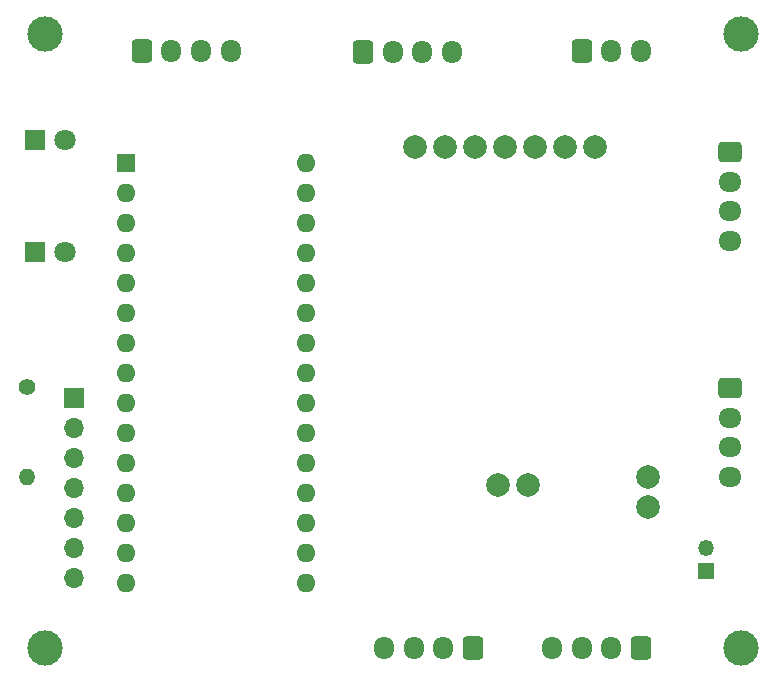
<source format=gbr>
%TF.GenerationSoftware,KiCad,Pcbnew,9.0.0*%
%TF.CreationDate,2025-03-15T15:19:18-03:00*%
%TF.ProjectId,can,63616e2e-6b69-4636-9164-5f7063625858,rev?*%
%TF.SameCoordinates,Original*%
%TF.FileFunction,Soldermask,Bot*%
%TF.FilePolarity,Negative*%
%FSLAX46Y46*%
G04 Gerber Fmt 4.6, Leading zero omitted, Abs format (unit mm)*
G04 Created by KiCad (PCBNEW 9.0.0) date 2025-03-15 15:19:18*
%MOMM*%
%LPD*%
G01*
G04 APERTURE LIST*
G04 Aperture macros list*
%AMRoundRect*
0 Rectangle with rounded corners*
0 $1 Rounding radius*
0 $2 $3 $4 $5 $6 $7 $8 $9 X,Y pos of 4 corners*
0 Add a 4 corners polygon primitive as box body*
4,1,4,$2,$3,$4,$5,$6,$7,$8,$9,$2,$3,0*
0 Add four circle primitives for the rounded corners*
1,1,$1+$1,$2,$3*
1,1,$1+$1,$4,$5*
1,1,$1+$1,$6,$7*
1,1,$1+$1,$8,$9*
0 Add four rect primitives between the rounded corners*
20,1,$1+$1,$2,$3,$4,$5,0*
20,1,$1+$1,$4,$5,$6,$7,0*
20,1,$1+$1,$6,$7,$8,$9,0*
20,1,$1+$1,$8,$9,$2,$3,0*%
G04 Aperture macros list end*
%ADD10O,1.700000X1.950000*%
%ADD11RoundRect,0.250000X-0.600000X-0.725000X0.600000X-0.725000X0.600000X0.725000X-0.600000X0.725000X0*%
%ADD12RoundRect,0.250000X0.600000X0.725000X-0.600000X0.725000X-0.600000X-0.725000X0.600000X-0.725000X0*%
%ADD13O,1.700000X1.700000*%
%ADD14R,1.700000X1.700000*%
%ADD15C,3.000000*%
%ADD16C,1.400000*%
%ADD17O,1.400000X1.400000*%
%ADD18C,2.000000*%
%ADD19R,1.350000X1.350000*%
%ADD20O,1.350000X1.350000*%
%ADD21RoundRect,0.250000X-0.725000X0.600000X-0.725000X-0.600000X0.725000X-0.600000X0.725000X0.600000X0*%
%ADD22O,1.950000X1.700000*%
%ADD23R,1.800000X1.800000*%
%ADD24C,1.800000*%
%ADD25R,1.600000X1.600000*%
%ADD26O,1.600000X1.600000*%
G04 APERTURE END LIST*
D10*
%TO.C,J1*%
X137250000Y-52475000D03*
X134750000Y-52475000D03*
X132250000Y-52475000D03*
D11*
X129750000Y-52475000D03*
%TD*%
D10*
%TO.C,J6*%
X150250000Y-103025000D03*
X152750000Y-103025000D03*
X155250000Y-103025000D03*
D12*
X157750000Y-103025000D03*
%TD*%
D13*
%TO.C,J9*%
X124000000Y-97040000D03*
X124000000Y-94500000D03*
X124000000Y-91960000D03*
X124000000Y-89420000D03*
X124000000Y-86880000D03*
X124000000Y-84340000D03*
D14*
X124000000Y-81800000D03*
%TD*%
D15*
%TO.C,REF\u002A\u002A*%
X180500000Y-103000000D03*
%TD*%
%TO.C,REF\u002A\u002A*%
X121500000Y-103000000D03*
%TD*%
%TO.C,REF\u002A\u002A*%
X121500000Y-51000000D03*
%TD*%
%TO.C,REF\u002A\u002A*%
X180500000Y-51000000D03*
%TD*%
D16*
%TO.C,R1*%
X120000000Y-80880000D03*
D17*
X120000000Y-88500000D03*
%TD*%
D18*
%TO.C,M1*%
X152875000Y-60615000D03*
X155415000Y-60615000D03*
X157955000Y-60615000D03*
X160495000Y-60615000D03*
X163035000Y-60615000D03*
X165575000Y-60615000D03*
X168115000Y-60615000D03*
X159860000Y-89190000D03*
X162400000Y-89190000D03*
X172560000Y-88555000D03*
X172560000Y-91095000D03*
%TD*%
D19*
%TO.C,J8*%
X177500000Y-96500000D03*
D20*
X177500000Y-94500000D03*
%TD*%
D11*
%TO.C,CAN*%
X167000000Y-52475000D03*
D10*
X169500000Y-52475000D03*
X172000000Y-52475000D03*
%TD*%
D12*
%TO.C,J5*%
X172000000Y-103000000D03*
D10*
X169500000Y-103000000D03*
X167000000Y-103000000D03*
X164500000Y-103000000D03*
%TD*%
D21*
%TO.C,J4*%
X179500000Y-81000000D03*
D22*
X179500000Y-83500000D03*
X179500000Y-86000000D03*
X179500000Y-88500000D03*
%TD*%
D21*
%TO.C,J3*%
X179500000Y-61000000D03*
D22*
X179500000Y-63500000D03*
X179500000Y-66000000D03*
X179500000Y-68500000D03*
%TD*%
D11*
%TO.C,J2*%
X148500000Y-52500000D03*
D10*
X151000000Y-52500000D03*
X153500000Y-52500000D03*
X156000000Y-52500000D03*
%TD*%
D23*
%TO.C,D2*%
X120725000Y-60000000D03*
D24*
X123265000Y-60000000D03*
%TD*%
D23*
%TO.C,D1*%
X120725000Y-69500000D03*
D24*
X123265000Y-69500000D03*
%TD*%
D25*
%TO.C,A1*%
X128390000Y-61950000D03*
D26*
X128390000Y-64490000D03*
X128390000Y-67030000D03*
X128390000Y-69570000D03*
X128390000Y-72110000D03*
X128390000Y-74650000D03*
X128390000Y-77190000D03*
X128390000Y-79730000D03*
X128390000Y-82270000D03*
X128390000Y-84810000D03*
X128390000Y-87350000D03*
X128390000Y-89890000D03*
X128390000Y-92430000D03*
X128390000Y-94970000D03*
X128390000Y-97510000D03*
X143630000Y-97510000D03*
X143630000Y-94970000D03*
X143630000Y-92430000D03*
X143630000Y-89890000D03*
X143630000Y-87350000D03*
X143630000Y-84810000D03*
X143630000Y-82270000D03*
X143630000Y-79730000D03*
X143630000Y-77190000D03*
X143630000Y-74650000D03*
X143630000Y-72110000D03*
X143630000Y-69570000D03*
X143630000Y-67030000D03*
X143630000Y-64490000D03*
X143630000Y-61950000D03*
%TD*%
M02*

</source>
